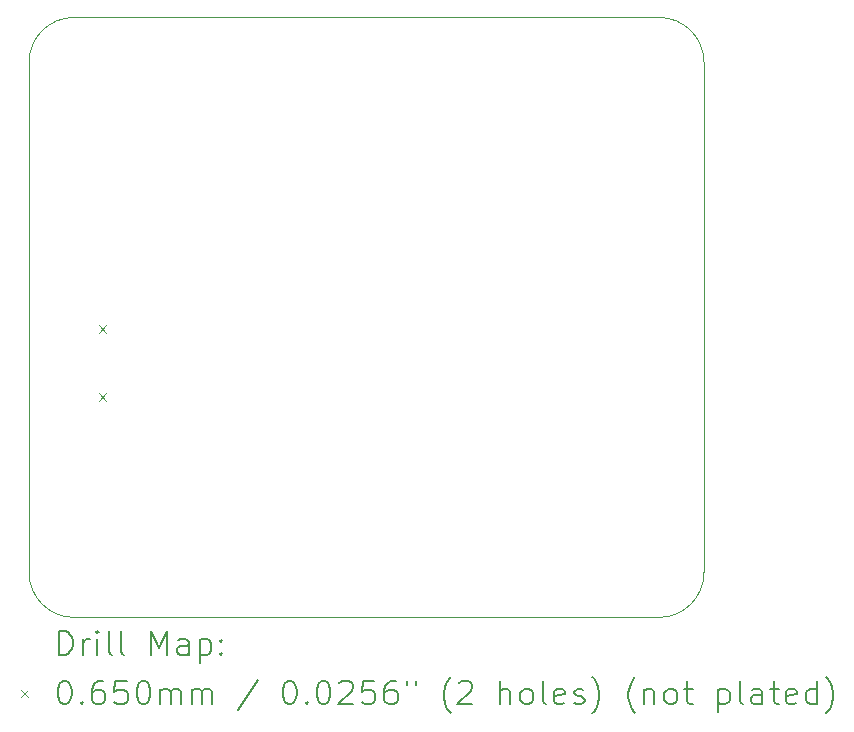
<source format=gbr>
%TF.GenerationSoftware,KiCad,Pcbnew,7.0.7*%
%TF.CreationDate,2024-09-25T18:01:12-07:00*%
%TF.ProjectId,LAF Board Proto V1.0,4c414620-426f-4617-9264-2050726f746f,rev?*%
%TF.SameCoordinates,Original*%
%TF.FileFunction,Drillmap*%
%TF.FilePolarity,Positive*%
%FSLAX45Y45*%
G04 Gerber Fmt 4.5, Leading zero omitted, Abs format (unit mm)*
G04 Created by KiCad (PCBNEW 7.0.7) date 2024-09-25 18:01:12*
%MOMM*%
%LPD*%
G01*
G04 APERTURE LIST*
%ADD10C,0.100000*%
%ADD11C,0.200000*%
%ADD12C,0.065000*%
G04 APERTURE END LIST*
D10*
X8255000Y-2921000D02*
G75*
G03*
X7874000Y-2540000I-381000J0D01*
G01*
X2921000Y-2540000D02*
G75*
G03*
X2540000Y-2921000I0J-381000D01*
G01*
X7874000Y-7620000D02*
X2921000Y-7620000D01*
X8255000Y-2921000D02*
X8255000Y-7239000D01*
X2540000Y-7239000D02*
G75*
G03*
X2921000Y-7620000I381000J0D01*
G01*
X2540000Y-7239000D02*
X2540000Y-2921000D01*
X7874000Y-7620000D02*
G75*
G03*
X8255000Y-7239000I0J381000D01*
G01*
X2921000Y-2540000D02*
X7874000Y-2540000D01*
D11*
D12*
X3129500Y-5145500D02*
X3194500Y-5210500D01*
X3194500Y-5145500D02*
X3129500Y-5210500D01*
X3129500Y-5723500D02*
X3194500Y-5788500D01*
X3194500Y-5723500D02*
X3129500Y-5788500D01*
D11*
X2795777Y-7936484D02*
X2795777Y-7736484D01*
X2795777Y-7736484D02*
X2843396Y-7736484D01*
X2843396Y-7736484D02*
X2871967Y-7746008D01*
X2871967Y-7746008D02*
X2891015Y-7765055D01*
X2891015Y-7765055D02*
X2900539Y-7784103D01*
X2900539Y-7784103D02*
X2910062Y-7822198D01*
X2910062Y-7822198D02*
X2910062Y-7850769D01*
X2910062Y-7850769D02*
X2900539Y-7888865D01*
X2900539Y-7888865D02*
X2891015Y-7907912D01*
X2891015Y-7907912D02*
X2871967Y-7926960D01*
X2871967Y-7926960D02*
X2843396Y-7936484D01*
X2843396Y-7936484D02*
X2795777Y-7936484D01*
X2995777Y-7936484D02*
X2995777Y-7803150D01*
X2995777Y-7841246D02*
X3005301Y-7822198D01*
X3005301Y-7822198D02*
X3014824Y-7812674D01*
X3014824Y-7812674D02*
X3033872Y-7803150D01*
X3033872Y-7803150D02*
X3052920Y-7803150D01*
X3119586Y-7936484D02*
X3119586Y-7803150D01*
X3119586Y-7736484D02*
X3110062Y-7746008D01*
X3110062Y-7746008D02*
X3119586Y-7755531D01*
X3119586Y-7755531D02*
X3129110Y-7746008D01*
X3129110Y-7746008D02*
X3119586Y-7736484D01*
X3119586Y-7736484D02*
X3119586Y-7755531D01*
X3243396Y-7936484D02*
X3224348Y-7926960D01*
X3224348Y-7926960D02*
X3214824Y-7907912D01*
X3214824Y-7907912D02*
X3214824Y-7736484D01*
X3348158Y-7936484D02*
X3329110Y-7926960D01*
X3329110Y-7926960D02*
X3319586Y-7907912D01*
X3319586Y-7907912D02*
X3319586Y-7736484D01*
X3576729Y-7936484D02*
X3576729Y-7736484D01*
X3576729Y-7736484D02*
X3643396Y-7879341D01*
X3643396Y-7879341D02*
X3710062Y-7736484D01*
X3710062Y-7736484D02*
X3710062Y-7936484D01*
X3891015Y-7936484D02*
X3891015Y-7831722D01*
X3891015Y-7831722D02*
X3881491Y-7812674D01*
X3881491Y-7812674D02*
X3862443Y-7803150D01*
X3862443Y-7803150D02*
X3824348Y-7803150D01*
X3824348Y-7803150D02*
X3805301Y-7812674D01*
X3891015Y-7926960D02*
X3871967Y-7936484D01*
X3871967Y-7936484D02*
X3824348Y-7936484D01*
X3824348Y-7936484D02*
X3805301Y-7926960D01*
X3805301Y-7926960D02*
X3795777Y-7907912D01*
X3795777Y-7907912D02*
X3795777Y-7888865D01*
X3795777Y-7888865D02*
X3805301Y-7869817D01*
X3805301Y-7869817D02*
X3824348Y-7860293D01*
X3824348Y-7860293D02*
X3871967Y-7860293D01*
X3871967Y-7860293D02*
X3891015Y-7850769D01*
X3986253Y-7803150D02*
X3986253Y-8003150D01*
X3986253Y-7812674D02*
X4005301Y-7803150D01*
X4005301Y-7803150D02*
X4043396Y-7803150D01*
X4043396Y-7803150D02*
X4062443Y-7812674D01*
X4062443Y-7812674D02*
X4071967Y-7822198D01*
X4071967Y-7822198D02*
X4081491Y-7841246D01*
X4081491Y-7841246D02*
X4081491Y-7898388D01*
X4081491Y-7898388D02*
X4071967Y-7917436D01*
X4071967Y-7917436D02*
X4062443Y-7926960D01*
X4062443Y-7926960D02*
X4043396Y-7936484D01*
X4043396Y-7936484D02*
X4005301Y-7936484D01*
X4005301Y-7936484D02*
X3986253Y-7926960D01*
X4167205Y-7917436D02*
X4176729Y-7926960D01*
X4176729Y-7926960D02*
X4167205Y-7936484D01*
X4167205Y-7936484D02*
X4157682Y-7926960D01*
X4157682Y-7926960D02*
X4167205Y-7917436D01*
X4167205Y-7917436D02*
X4167205Y-7936484D01*
X4167205Y-7812674D02*
X4176729Y-7822198D01*
X4176729Y-7822198D02*
X4167205Y-7831722D01*
X4167205Y-7831722D02*
X4157682Y-7822198D01*
X4157682Y-7822198D02*
X4167205Y-7812674D01*
X4167205Y-7812674D02*
X4167205Y-7831722D01*
D12*
X2470000Y-8232500D02*
X2535000Y-8297500D01*
X2535000Y-8232500D02*
X2470000Y-8297500D01*
D11*
X2833872Y-8156484D02*
X2852920Y-8156484D01*
X2852920Y-8156484D02*
X2871967Y-8166008D01*
X2871967Y-8166008D02*
X2881491Y-8175531D01*
X2881491Y-8175531D02*
X2891015Y-8194579D01*
X2891015Y-8194579D02*
X2900539Y-8232674D01*
X2900539Y-8232674D02*
X2900539Y-8280293D01*
X2900539Y-8280293D02*
X2891015Y-8318388D01*
X2891015Y-8318388D02*
X2881491Y-8337436D01*
X2881491Y-8337436D02*
X2871967Y-8346960D01*
X2871967Y-8346960D02*
X2852920Y-8356484D01*
X2852920Y-8356484D02*
X2833872Y-8356484D01*
X2833872Y-8356484D02*
X2814824Y-8346960D01*
X2814824Y-8346960D02*
X2805301Y-8337436D01*
X2805301Y-8337436D02*
X2795777Y-8318388D01*
X2795777Y-8318388D02*
X2786253Y-8280293D01*
X2786253Y-8280293D02*
X2786253Y-8232674D01*
X2786253Y-8232674D02*
X2795777Y-8194579D01*
X2795777Y-8194579D02*
X2805301Y-8175531D01*
X2805301Y-8175531D02*
X2814824Y-8166008D01*
X2814824Y-8166008D02*
X2833872Y-8156484D01*
X2986253Y-8337436D02*
X2995777Y-8346960D01*
X2995777Y-8346960D02*
X2986253Y-8356484D01*
X2986253Y-8356484D02*
X2976729Y-8346960D01*
X2976729Y-8346960D02*
X2986253Y-8337436D01*
X2986253Y-8337436D02*
X2986253Y-8356484D01*
X3167205Y-8156484D02*
X3129110Y-8156484D01*
X3129110Y-8156484D02*
X3110062Y-8166008D01*
X3110062Y-8166008D02*
X3100539Y-8175531D01*
X3100539Y-8175531D02*
X3081491Y-8204103D01*
X3081491Y-8204103D02*
X3071967Y-8242198D01*
X3071967Y-8242198D02*
X3071967Y-8318388D01*
X3071967Y-8318388D02*
X3081491Y-8337436D01*
X3081491Y-8337436D02*
X3091015Y-8346960D01*
X3091015Y-8346960D02*
X3110062Y-8356484D01*
X3110062Y-8356484D02*
X3148158Y-8356484D01*
X3148158Y-8356484D02*
X3167205Y-8346960D01*
X3167205Y-8346960D02*
X3176729Y-8337436D01*
X3176729Y-8337436D02*
X3186253Y-8318388D01*
X3186253Y-8318388D02*
X3186253Y-8270769D01*
X3186253Y-8270769D02*
X3176729Y-8251722D01*
X3176729Y-8251722D02*
X3167205Y-8242198D01*
X3167205Y-8242198D02*
X3148158Y-8232674D01*
X3148158Y-8232674D02*
X3110062Y-8232674D01*
X3110062Y-8232674D02*
X3091015Y-8242198D01*
X3091015Y-8242198D02*
X3081491Y-8251722D01*
X3081491Y-8251722D02*
X3071967Y-8270769D01*
X3367205Y-8156484D02*
X3271967Y-8156484D01*
X3271967Y-8156484D02*
X3262443Y-8251722D01*
X3262443Y-8251722D02*
X3271967Y-8242198D01*
X3271967Y-8242198D02*
X3291015Y-8232674D01*
X3291015Y-8232674D02*
X3338634Y-8232674D01*
X3338634Y-8232674D02*
X3357682Y-8242198D01*
X3357682Y-8242198D02*
X3367205Y-8251722D01*
X3367205Y-8251722D02*
X3376729Y-8270769D01*
X3376729Y-8270769D02*
X3376729Y-8318388D01*
X3376729Y-8318388D02*
X3367205Y-8337436D01*
X3367205Y-8337436D02*
X3357682Y-8346960D01*
X3357682Y-8346960D02*
X3338634Y-8356484D01*
X3338634Y-8356484D02*
X3291015Y-8356484D01*
X3291015Y-8356484D02*
X3271967Y-8346960D01*
X3271967Y-8346960D02*
X3262443Y-8337436D01*
X3500539Y-8156484D02*
X3519586Y-8156484D01*
X3519586Y-8156484D02*
X3538634Y-8166008D01*
X3538634Y-8166008D02*
X3548158Y-8175531D01*
X3548158Y-8175531D02*
X3557682Y-8194579D01*
X3557682Y-8194579D02*
X3567205Y-8232674D01*
X3567205Y-8232674D02*
X3567205Y-8280293D01*
X3567205Y-8280293D02*
X3557682Y-8318388D01*
X3557682Y-8318388D02*
X3548158Y-8337436D01*
X3548158Y-8337436D02*
X3538634Y-8346960D01*
X3538634Y-8346960D02*
X3519586Y-8356484D01*
X3519586Y-8356484D02*
X3500539Y-8356484D01*
X3500539Y-8356484D02*
X3481491Y-8346960D01*
X3481491Y-8346960D02*
X3471967Y-8337436D01*
X3471967Y-8337436D02*
X3462443Y-8318388D01*
X3462443Y-8318388D02*
X3452920Y-8280293D01*
X3452920Y-8280293D02*
X3452920Y-8232674D01*
X3452920Y-8232674D02*
X3462443Y-8194579D01*
X3462443Y-8194579D02*
X3471967Y-8175531D01*
X3471967Y-8175531D02*
X3481491Y-8166008D01*
X3481491Y-8166008D02*
X3500539Y-8156484D01*
X3652920Y-8356484D02*
X3652920Y-8223150D01*
X3652920Y-8242198D02*
X3662443Y-8232674D01*
X3662443Y-8232674D02*
X3681491Y-8223150D01*
X3681491Y-8223150D02*
X3710063Y-8223150D01*
X3710063Y-8223150D02*
X3729110Y-8232674D01*
X3729110Y-8232674D02*
X3738634Y-8251722D01*
X3738634Y-8251722D02*
X3738634Y-8356484D01*
X3738634Y-8251722D02*
X3748158Y-8232674D01*
X3748158Y-8232674D02*
X3767205Y-8223150D01*
X3767205Y-8223150D02*
X3795777Y-8223150D01*
X3795777Y-8223150D02*
X3814824Y-8232674D01*
X3814824Y-8232674D02*
X3824348Y-8251722D01*
X3824348Y-8251722D02*
X3824348Y-8356484D01*
X3919586Y-8356484D02*
X3919586Y-8223150D01*
X3919586Y-8242198D02*
X3929110Y-8232674D01*
X3929110Y-8232674D02*
X3948158Y-8223150D01*
X3948158Y-8223150D02*
X3976729Y-8223150D01*
X3976729Y-8223150D02*
X3995777Y-8232674D01*
X3995777Y-8232674D02*
X4005301Y-8251722D01*
X4005301Y-8251722D02*
X4005301Y-8356484D01*
X4005301Y-8251722D02*
X4014824Y-8232674D01*
X4014824Y-8232674D02*
X4033872Y-8223150D01*
X4033872Y-8223150D02*
X4062443Y-8223150D01*
X4062443Y-8223150D02*
X4081491Y-8232674D01*
X4081491Y-8232674D02*
X4091015Y-8251722D01*
X4091015Y-8251722D02*
X4091015Y-8356484D01*
X4481491Y-8146960D02*
X4310063Y-8404103D01*
X4738634Y-8156484D02*
X4757682Y-8156484D01*
X4757682Y-8156484D02*
X4776729Y-8166008D01*
X4776729Y-8166008D02*
X4786253Y-8175531D01*
X4786253Y-8175531D02*
X4795777Y-8194579D01*
X4795777Y-8194579D02*
X4805301Y-8232674D01*
X4805301Y-8232674D02*
X4805301Y-8280293D01*
X4805301Y-8280293D02*
X4795777Y-8318388D01*
X4795777Y-8318388D02*
X4786253Y-8337436D01*
X4786253Y-8337436D02*
X4776729Y-8346960D01*
X4776729Y-8346960D02*
X4757682Y-8356484D01*
X4757682Y-8356484D02*
X4738634Y-8356484D01*
X4738634Y-8356484D02*
X4719587Y-8346960D01*
X4719587Y-8346960D02*
X4710063Y-8337436D01*
X4710063Y-8337436D02*
X4700539Y-8318388D01*
X4700539Y-8318388D02*
X4691015Y-8280293D01*
X4691015Y-8280293D02*
X4691015Y-8232674D01*
X4691015Y-8232674D02*
X4700539Y-8194579D01*
X4700539Y-8194579D02*
X4710063Y-8175531D01*
X4710063Y-8175531D02*
X4719587Y-8166008D01*
X4719587Y-8166008D02*
X4738634Y-8156484D01*
X4891015Y-8337436D02*
X4900539Y-8346960D01*
X4900539Y-8346960D02*
X4891015Y-8356484D01*
X4891015Y-8356484D02*
X4881491Y-8346960D01*
X4881491Y-8346960D02*
X4891015Y-8337436D01*
X4891015Y-8337436D02*
X4891015Y-8356484D01*
X5024348Y-8156484D02*
X5043396Y-8156484D01*
X5043396Y-8156484D02*
X5062444Y-8166008D01*
X5062444Y-8166008D02*
X5071968Y-8175531D01*
X5071968Y-8175531D02*
X5081491Y-8194579D01*
X5081491Y-8194579D02*
X5091015Y-8232674D01*
X5091015Y-8232674D02*
X5091015Y-8280293D01*
X5091015Y-8280293D02*
X5081491Y-8318388D01*
X5081491Y-8318388D02*
X5071968Y-8337436D01*
X5071968Y-8337436D02*
X5062444Y-8346960D01*
X5062444Y-8346960D02*
X5043396Y-8356484D01*
X5043396Y-8356484D02*
X5024348Y-8356484D01*
X5024348Y-8356484D02*
X5005301Y-8346960D01*
X5005301Y-8346960D02*
X4995777Y-8337436D01*
X4995777Y-8337436D02*
X4986253Y-8318388D01*
X4986253Y-8318388D02*
X4976729Y-8280293D01*
X4976729Y-8280293D02*
X4976729Y-8232674D01*
X4976729Y-8232674D02*
X4986253Y-8194579D01*
X4986253Y-8194579D02*
X4995777Y-8175531D01*
X4995777Y-8175531D02*
X5005301Y-8166008D01*
X5005301Y-8166008D02*
X5024348Y-8156484D01*
X5167206Y-8175531D02*
X5176729Y-8166008D01*
X5176729Y-8166008D02*
X5195777Y-8156484D01*
X5195777Y-8156484D02*
X5243396Y-8156484D01*
X5243396Y-8156484D02*
X5262444Y-8166008D01*
X5262444Y-8166008D02*
X5271968Y-8175531D01*
X5271968Y-8175531D02*
X5281491Y-8194579D01*
X5281491Y-8194579D02*
X5281491Y-8213627D01*
X5281491Y-8213627D02*
X5271968Y-8242198D01*
X5271968Y-8242198D02*
X5157682Y-8356484D01*
X5157682Y-8356484D02*
X5281491Y-8356484D01*
X5462444Y-8156484D02*
X5367206Y-8156484D01*
X5367206Y-8156484D02*
X5357682Y-8251722D01*
X5357682Y-8251722D02*
X5367206Y-8242198D01*
X5367206Y-8242198D02*
X5386253Y-8232674D01*
X5386253Y-8232674D02*
X5433872Y-8232674D01*
X5433872Y-8232674D02*
X5452920Y-8242198D01*
X5452920Y-8242198D02*
X5462444Y-8251722D01*
X5462444Y-8251722D02*
X5471968Y-8270769D01*
X5471968Y-8270769D02*
X5471968Y-8318388D01*
X5471968Y-8318388D02*
X5462444Y-8337436D01*
X5462444Y-8337436D02*
X5452920Y-8346960D01*
X5452920Y-8346960D02*
X5433872Y-8356484D01*
X5433872Y-8356484D02*
X5386253Y-8356484D01*
X5386253Y-8356484D02*
X5367206Y-8346960D01*
X5367206Y-8346960D02*
X5357682Y-8337436D01*
X5643396Y-8156484D02*
X5605301Y-8156484D01*
X5605301Y-8156484D02*
X5586253Y-8166008D01*
X5586253Y-8166008D02*
X5576729Y-8175531D01*
X5576729Y-8175531D02*
X5557682Y-8204103D01*
X5557682Y-8204103D02*
X5548158Y-8242198D01*
X5548158Y-8242198D02*
X5548158Y-8318388D01*
X5548158Y-8318388D02*
X5557682Y-8337436D01*
X5557682Y-8337436D02*
X5567206Y-8346960D01*
X5567206Y-8346960D02*
X5586253Y-8356484D01*
X5586253Y-8356484D02*
X5624348Y-8356484D01*
X5624348Y-8356484D02*
X5643396Y-8346960D01*
X5643396Y-8346960D02*
X5652920Y-8337436D01*
X5652920Y-8337436D02*
X5662444Y-8318388D01*
X5662444Y-8318388D02*
X5662444Y-8270769D01*
X5662444Y-8270769D02*
X5652920Y-8251722D01*
X5652920Y-8251722D02*
X5643396Y-8242198D01*
X5643396Y-8242198D02*
X5624348Y-8232674D01*
X5624348Y-8232674D02*
X5586253Y-8232674D01*
X5586253Y-8232674D02*
X5567206Y-8242198D01*
X5567206Y-8242198D02*
X5557682Y-8251722D01*
X5557682Y-8251722D02*
X5548158Y-8270769D01*
X5738634Y-8156484D02*
X5738634Y-8194579D01*
X5814825Y-8156484D02*
X5814825Y-8194579D01*
X6110063Y-8432674D02*
X6100539Y-8423150D01*
X6100539Y-8423150D02*
X6081491Y-8394579D01*
X6081491Y-8394579D02*
X6071968Y-8375531D01*
X6071968Y-8375531D02*
X6062444Y-8346960D01*
X6062444Y-8346960D02*
X6052920Y-8299341D01*
X6052920Y-8299341D02*
X6052920Y-8261246D01*
X6052920Y-8261246D02*
X6062444Y-8213627D01*
X6062444Y-8213627D02*
X6071968Y-8185055D01*
X6071968Y-8185055D02*
X6081491Y-8166008D01*
X6081491Y-8166008D02*
X6100539Y-8137436D01*
X6100539Y-8137436D02*
X6110063Y-8127912D01*
X6176729Y-8175531D02*
X6186253Y-8166008D01*
X6186253Y-8166008D02*
X6205301Y-8156484D01*
X6205301Y-8156484D02*
X6252920Y-8156484D01*
X6252920Y-8156484D02*
X6271968Y-8166008D01*
X6271968Y-8166008D02*
X6281491Y-8175531D01*
X6281491Y-8175531D02*
X6291015Y-8194579D01*
X6291015Y-8194579D02*
X6291015Y-8213627D01*
X6291015Y-8213627D02*
X6281491Y-8242198D01*
X6281491Y-8242198D02*
X6167206Y-8356484D01*
X6167206Y-8356484D02*
X6291015Y-8356484D01*
X6529110Y-8356484D02*
X6529110Y-8156484D01*
X6614825Y-8356484D02*
X6614825Y-8251722D01*
X6614825Y-8251722D02*
X6605301Y-8232674D01*
X6605301Y-8232674D02*
X6586253Y-8223150D01*
X6586253Y-8223150D02*
X6557682Y-8223150D01*
X6557682Y-8223150D02*
X6538634Y-8232674D01*
X6538634Y-8232674D02*
X6529110Y-8242198D01*
X6738634Y-8356484D02*
X6719587Y-8346960D01*
X6719587Y-8346960D02*
X6710063Y-8337436D01*
X6710063Y-8337436D02*
X6700539Y-8318388D01*
X6700539Y-8318388D02*
X6700539Y-8261246D01*
X6700539Y-8261246D02*
X6710063Y-8242198D01*
X6710063Y-8242198D02*
X6719587Y-8232674D01*
X6719587Y-8232674D02*
X6738634Y-8223150D01*
X6738634Y-8223150D02*
X6767206Y-8223150D01*
X6767206Y-8223150D02*
X6786253Y-8232674D01*
X6786253Y-8232674D02*
X6795777Y-8242198D01*
X6795777Y-8242198D02*
X6805301Y-8261246D01*
X6805301Y-8261246D02*
X6805301Y-8318388D01*
X6805301Y-8318388D02*
X6795777Y-8337436D01*
X6795777Y-8337436D02*
X6786253Y-8346960D01*
X6786253Y-8346960D02*
X6767206Y-8356484D01*
X6767206Y-8356484D02*
X6738634Y-8356484D01*
X6919587Y-8356484D02*
X6900539Y-8346960D01*
X6900539Y-8346960D02*
X6891015Y-8327912D01*
X6891015Y-8327912D02*
X6891015Y-8156484D01*
X7071968Y-8346960D02*
X7052920Y-8356484D01*
X7052920Y-8356484D02*
X7014825Y-8356484D01*
X7014825Y-8356484D02*
X6995777Y-8346960D01*
X6995777Y-8346960D02*
X6986253Y-8327912D01*
X6986253Y-8327912D02*
X6986253Y-8251722D01*
X6986253Y-8251722D02*
X6995777Y-8232674D01*
X6995777Y-8232674D02*
X7014825Y-8223150D01*
X7014825Y-8223150D02*
X7052920Y-8223150D01*
X7052920Y-8223150D02*
X7071968Y-8232674D01*
X7071968Y-8232674D02*
X7081491Y-8251722D01*
X7081491Y-8251722D02*
X7081491Y-8270769D01*
X7081491Y-8270769D02*
X6986253Y-8289817D01*
X7157682Y-8346960D02*
X7176730Y-8356484D01*
X7176730Y-8356484D02*
X7214825Y-8356484D01*
X7214825Y-8356484D02*
X7233872Y-8346960D01*
X7233872Y-8346960D02*
X7243396Y-8327912D01*
X7243396Y-8327912D02*
X7243396Y-8318388D01*
X7243396Y-8318388D02*
X7233872Y-8299341D01*
X7233872Y-8299341D02*
X7214825Y-8289817D01*
X7214825Y-8289817D02*
X7186253Y-8289817D01*
X7186253Y-8289817D02*
X7167206Y-8280293D01*
X7167206Y-8280293D02*
X7157682Y-8261246D01*
X7157682Y-8261246D02*
X7157682Y-8251722D01*
X7157682Y-8251722D02*
X7167206Y-8232674D01*
X7167206Y-8232674D02*
X7186253Y-8223150D01*
X7186253Y-8223150D02*
X7214825Y-8223150D01*
X7214825Y-8223150D02*
X7233872Y-8232674D01*
X7310063Y-8432674D02*
X7319587Y-8423150D01*
X7319587Y-8423150D02*
X7338634Y-8394579D01*
X7338634Y-8394579D02*
X7348158Y-8375531D01*
X7348158Y-8375531D02*
X7357682Y-8346960D01*
X7357682Y-8346960D02*
X7367206Y-8299341D01*
X7367206Y-8299341D02*
X7367206Y-8261246D01*
X7367206Y-8261246D02*
X7357682Y-8213627D01*
X7357682Y-8213627D02*
X7348158Y-8185055D01*
X7348158Y-8185055D02*
X7338634Y-8166008D01*
X7338634Y-8166008D02*
X7319587Y-8137436D01*
X7319587Y-8137436D02*
X7310063Y-8127912D01*
X7671968Y-8432674D02*
X7662444Y-8423150D01*
X7662444Y-8423150D02*
X7643396Y-8394579D01*
X7643396Y-8394579D02*
X7633872Y-8375531D01*
X7633872Y-8375531D02*
X7624349Y-8346960D01*
X7624349Y-8346960D02*
X7614825Y-8299341D01*
X7614825Y-8299341D02*
X7614825Y-8261246D01*
X7614825Y-8261246D02*
X7624349Y-8213627D01*
X7624349Y-8213627D02*
X7633872Y-8185055D01*
X7633872Y-8185055D02*
X7643396Y-8166008D01*
X7643396Y-8166008D02*
X7662444Y-8137436D01*
X7662444Y-8137436D02*
X7671968Y-8127912D01*
X7748158Y-8223150D02*
X7748158Y-8356484D01*
X7748158Y-8242198D02*
X7757682Y-8232674D01*
X7757682Y-8232674D02*
X7776730Y-8223150D01*
X7776730Y-8223150D02*
X7805301Y-8223150D01*
X7805301Y-8223150D02*
X7824349Y-8232674D01*
X7824349Y-8232674D02*
X7833872Y-8251722D01*
X7833872Y-8251722D02*
X7833872Y-8356484D01*
X7957682Y-8356484D02*
X7938634Y-8346960D01*
X7938634Y-8346960D02*
X7929111Y-8337436D01*
X7929111Y-8337436D02*
X7919587Y-8318388D01*
X7919587Y-8318388D02*
X7919587Y-8261246D01*
X7919587Y-8261246D02*
X7929111Y-8242198D01*
X7929111Y-8242198D02*
X7938634Y-8232674D01*
X7938634Y-8232674D02*
X7957682Y-8223150D01*
X7957682Y-8223150D02*
X7986253Y-8223150D01*
X7986253Y-8223150D02*
X8005301Y-8232674D01*
X8005301Y-8232674D02*
X8014825Y-8242198D01*
X8014825Y-8242198D02*
X8024349Y-8261246D01*
X8024349Y-8261246D02*
X8024349Y-8318388D01*
X8024349Y-8318388D02*
X8014825Y-8337436D01*
X8014825Y-8337436D02*
X8005301Y-8346960D01*
X8005301Y-8346960D02*
X7986253Y-8356484D01*
X7986253Y-8356484D02*
X7957682Y-8356484D01*
X8081492Y-8223150D02*
X8157682Y-8223150D01*
X8110063Y-8156484D02*
X8110063Y-8327912D01*
X8110063Y-8327912D02*
X8119587Y-8346960D01*
X8119587Y-8346960D02*
X8138634Y-8356484D01*
X8138634Y-8356484D02*
X8157682Y-8356484D01*
X8376730Y-8223150D02*
X8376730Y-8423150D01*
X8376730Y-8232674D02*
X8395777Y-8223150D01*
X8395777Y-8223150D02*
X8433873Y-8223150D01*
X8433873Y-8223150D02*
X8452920Y-8232674D01*
X8452920Y-8232674D02*
X8462444Y-8242198D01*
X8462444Y-8242198D02*
X8471968Y-8261246D01*
X8471968Y-8261246D02*
X8471968Y-8318388D01*
X8471968Y-8318388D02*
X8462444Y-8337436D01*
X8462444Y-8337436D02*
X8452920Y-8346960D01*
X8452920Y-8346960D02*
X8433873Y-8356484D01*
X8433873Y-8356484D02*
X8395777Y-8356484D01*
X8395777Y-8356484D02*
X8376730Y-8346960D01*
X8586254Y-8356484D02*
X8567206Y-8346960D01*
X8567206Y-8346960D02*
X8557682Y-8327912D01*
X8557682Y-8327912D02*
X8557682Y-8156484D01*
X8748158Y-8356484D02*
X8748158Y-8251722D01*
X8748158Y-8251722D02*
X8738635Y-8232674D01*
X8738635Y-8232674D02*
X8719587Y-8223150D01*
X8719587Y-8223150D02*
X8681492Y-8223150D01*
X8681492Y-8223150D02*
X8662444Y-8232674D01*
X8748158Y-8346960D02*
X8729111Y-8356484D01*
X8729111Y-8356484D02*
X8681492Y-8356484D01*
X8681492Y-8356484D02*
X8662444Y-8346960D01*
X8662444Y-8346960D02*
X8652920Y-8327912D01*
X8652920Y-8327912D02*
X8652920Y-8308865D01*
X8652920Y-8308865D02*
X8662444Y-8289817D01*
X8662444Y-8289817D02*
X8681492Y-8280293D01*
X8681492Y-8280293D02*
X8729111Y-8280293D01*
X8729111Y-8280293D02*
X8748158Y-8270769D01*
X8814825Y-8223150D02*
X8891015Y-8223150D01*
X8843396Y-8156484D02*
X8843396Y-8327912D01*
X8843396Y-8327912D02*
X8852920Y-8346960D01*
X8852920Y-8346960D02*
X8871968Y-8356484D01*
X8871968Y-8356484D02*
X8891015Y-8356484D01*
X9033873Y-8346960D02*
X9014825Y-8356484D01*
X9014825Y-8356484D02*
X8976730Y-8356484D01*
X8976730Y-8356484D02*
X8957682Y-8346960D01*
X8957682Y-8346960D02*
X8948158Y-8327912D01*
X8948158Y-8327912D02*
X8948158Y-8251722D01*
X8948158Y-8251722D02*
X8957682Y-8232674D01*
X8957682Y-8232674D02*
X8976730Y-8223150D01*
X8976730Y-8223150D02*
X9014825Y-8223150D01*
X9014825Y-8223150D02*
X9033873Y-8232674D01*
X9033873Y-8232674D02*
X9043396Y-8251722D01*
X9043396Y-8251722D02*
X9043396Y-8270769D01*
X9043396Y-8270769D02*
X8948158Y-8289817D01*
X9214825Y-8356484D02*
X9214825Y-8156484D01*
X9214825Y-8346960D02*
X9195777Y-8356484D01*
X9195777Y-8356484D02*
X9157682Y-8356484D01*
X9157682Y-8356484D02*
X9138635Y-8346960D01*
X9138635Y-8346960D02*
X9129111Y-8337436D01*
X9129111Y-8337436D02*
X9119587Y-8318388D01*
X9119587Y-8318388D02*
X9119587Y-8261246D01*
X9119587Y-8261246D02*
X9129111Y-8242198D01*
X9129111Y-8242198D02*
X9138635Y-8232674D01*
X9138635Y-8232674D02*
X9157682Y-8223150D01*
X9157682Y-8223150D02*
X9195777Y-8223150D01*
X9195777Y-8223150D02*
X9214825Y-8232674D01*
X9291016Y-8432674D02*
X9300539Y-8423150D01*
X9300539Y-8423150D02*
X9319587Y-8394579D01*
X9319587Y-8394579D02*
X9329111Y-8375531D01*
X9329111Y-8375531D02*
X9338635Y-8346960D01*
X9338635Y-8346960D02*
X9348158Y-8299341D01*
X9348158Y-8299341D02*
X9348158Y-8261246D01*
X9348158Y-8261246D02*
X9338635Y-8213627D01*
X9338635Y-8213627D02*
X9329111Y-8185055D01*
X9329111Y-8185055D02*
X9319587Y-8166008D01*
X9319587Y-8166008D02*
X9300539Y-8137436D01*
X9300539Y-8137436D02*
X9291016Y-8127912D01*
M02*

</source>
